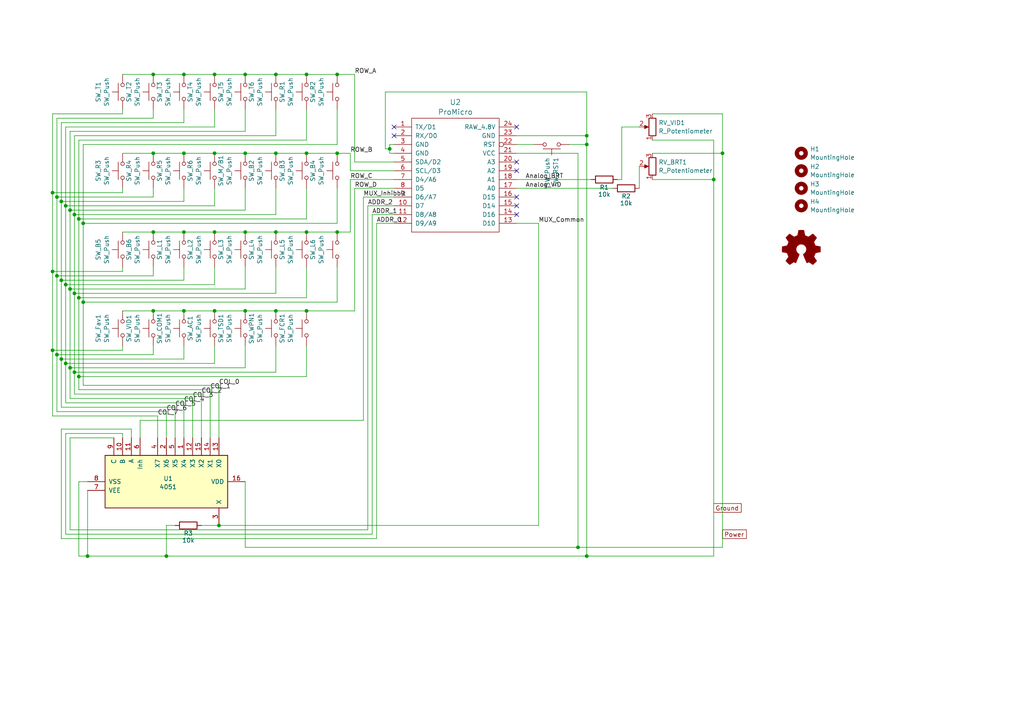
<source format=kicad_sch>
(kicad_sch (version 20231120) (generator "eeschema") (generator_version "8.0")
  (paper "A4")
  (lib_symbols
    (symbol "4xxx:4051" (pin_names (offset 1.016))
      (property "Reference" "U" (at -7.62 19.05 0))
      (property "Value" "4051" (at -7.62 -19.05 0))
      (symbol "4051_1_0"
        (pin passive line (at -12.7 5.08 0) (length 5.08) (name "X4") (number "1"))
        (pin input line (at -12.7 -12.7 0) (length 5.08) (name "B") (number "10"))
        (pin input line (at -12.7 -10.16 0) (length 5.08) (name "A") (number "11"))
        (pin passive line (at -12.7 7.62 0) (length 5.08) (name "X3") (number "12"))
        (pin passive line (at -12.7 15.24 0) (length 5.08) (name "X0") (number "13"))
        (pin passive line (at -12.7 12.7 0) (length 5.08) (name "X1") (number "14"))
        (pin passive line (at -12.7 10.16 0) (length 5.08) (name "X2") (number "15"))
        (pin power_in line (at 0 22.86 270) (length 5.08) (name "VDD") (number "16"))
        (pin passive line (at -12.7 0 0) (length 5.08) (name "X6") (number "2"))
        (pin passive line (at 12.7 15.24 180) (length 5.08) (name "X") (number "3"))
        (pin passive line (at -12.7 -2.54 0) (length 5.08) (name "X7") (number "4"))
        (pin passive line (at -12.7 2.54 0) (length 5.08) (name "X5") (number "5"))
        (pin input line (at -12.7 -7.62 0) (length 5.08) (name "Inh") (number "6"))
        (pin power_in line (at 2.54 -22.86 90) (length 5.08) (name "VEE") (number "7"))
        (pin power_in line (at 0 -22.86 90) (length 5.08) (name "VSS") (number "8"))
        (pin input line (at -12.7 -15.24 0) (length 5.08) (name "C") (number "9"))
      )
      (symbol "4051_1_1"
        (rectangle (start -7.62 17.78) (end 7.62 -17.78) (stroke (width 0.254)) (fill (type background)))
      )
    )
    (symbol "Arduino_ProMicro:ProMicro" (pin_names (offset 1.016))
      (property "Reference" "U" (at 0 24.13 0))
      (property "Value" "ProMicro" (at 0 -13.97 0))
      (symbol "ProMicro_0_1"
        (rectangle (start -12.7 21.59) (end 12.7 -11.43))
      )
      (symbol "ProMicro_1_1"
        (pin bidirectional line (at -17.78 19.05 0) (length 5.08) (name "TX/D1") (number "1"))
        (pin bidirectional line (at -17.78 -3.81 0) (length 5.08) (name "D7") (number "10"))
        (pin bidirectional line (at -17.78 -6.35 0) (length 5.08) (name "D8/A8") (number "11"))
        (pin bidirectional line (at -17.78 -8.89 0) (length 5.08) (name "D9/A9") (number "12"))
        (pin bidirectional line (at 17.78 -8.89 180) (length 5.08) (name "D10") (number "13"))
        (pin bidirectional line (at 17.78 -6.35 180) (length 5.08) (name "D16") (number "14"))
        (pin bidirectional line (at 17.78 -3.81 180) (length 5.08) (name "D14") (number "15"))
        (pin bidirectional line (at 17.78 -1.27 180) (length 5.08) (name "D15") (number "16"))
        (pin bidirectional line (at 17.78 1.27 180) (length 5.08) (name "A0") (number "17"))
        (pin bidirectional line (at 17.78 3.81 180) (length 5.08) (name "A1") (number "18"))
        (pin bidirectional line (at 17.78 6.35 180) (length 5.08) (name "A2") (number "19"))
        (pin bidirectional line (at -17.78 16.51 0) (length 5.08) (name "RX/D0") (number "2"))
        (pin bidirectional line (at 17.78 8.89 180) (length 5.08) (name "A3") (number "20"))
        (pin power_out line (at 17.78 11.43 180) (length 5.08) (name "VCC") (number "21"))
        (pin input inverted (at 17.78 13.97 180) (length 5.08) (name "RST") (number "22"))
        (pin power_in line (at 17.78 16.51 180) (length 5.08) (name "GND") (number "23"))
        (pin power_out line (at 17.78 19.05 180) (length 5.08) (name "RAW_4.8V") (number "24"))
        (pin power_in line (at -17.78 13.97 0) (length 5.08) (name "GND") (number "3"))
        (pin power_in line (at -17.78 11.43 0) (length 5.08) (name "GND") (number "4"))
        (pin bidirectional line (at -17.78 8.89 0) (length 5.08) (name "SDA/D2") (number "5"))
        (pin bidirectional line (at -17.78 6.35 0) (length 5.08) (name "SCL/D3") (number "6"))
        (pin bidirectional line (at -17.78 3.81 0) (length 5.08) (name "D4/A6") (number "7"))
        (pin bidirectional line (at -17.78 1.27 0) (length 5.08) (name "D5") (number "8"))
        (pin bidirectional line (at -17.78 -1.27 0) (length 5.08) (name "D6/A7") (number "9"))
      )
    )
    (symbol "Device:R" (pin_numbers hide) (pin_names (offset 0))
      (property "Reference" "R" (at 2.032 0 90))
      (property "Value" "R" (at 0 0 90))
      (symbol "R_0_1"
        (rectangle (start -1.016 -2.54) (end 1.016 2.54) (stroke (width 0.254)))
      )
      (symbol "R_1_1"
        (pin passive line (at 0 3.81 270) (length 1.27) (name "~") (number "1"))
        (pin passive line (at 0 -3.81 90) (length 1.27) (name "~") (number "2"))
      )
    )
    (symbol "Device:R_Potentiometer" (pin_names (offset 1.016) hide)
      (property "Reference" "RV" (at -4.445 0 90))
      (property "Value" "R_Potentiometer" (at -2.54 0 90))
      (symbol "R_Potentiometer_0_1"
        (polyline (pts (xy 2.54 0) (xy 1.524 0)))
        (polyline (pts (xy 1.143 0) (xy 2.286 0.508) (xy 2.286 -0.508) (xy 1.143 0)) (fill (type outline)))
        (rectangle (start 1.016 2.54) (end -1.016 -2.54) (stroke (width 0.254)))
      )
      (symbol "R_Potentiometer_1_1"
        (pin passive line (at 0 3.81 270) (length 1.27) (name "1") (number "1"))
        (pin passive line (at 3.81 0 180) (length 1.27) (name "2") (number "2"))
        (pin passive line (at 0 -3.81 90) (length 1.27) (name "3") (number "3"))
      )
    )
    (symbol "Graphic:Logo_Open_Hardware_Small" (in_bom no) (on_board no)
      (symbol "Logo_Open_Hardware_Small_0_1"
        (polyline (pts (xy 3.3528 -4.3434) (xy 3.302 -4.318) (xy 3.175 -4.2418) (xy 2.9972 -4.1148) (xy 2.7686 -3.9624) (xy 2.54 -3.81) (xy 2.3622 -3.7084) (xy 2.2352 -3.6068) (xy 2.1844 -3.5814) (xy 2.159 -3.6068) (xy 2.0574 -3.6576) (xy 1.905 -3.7338) (xy 1.8034 -3.7846) (xy 1.6764 -3.8354) (xy 1.6002 -3.8354) (xy 1.6002 -3.8354) (xy 1.5494 -3.7338) (xy 1.4732 -3.5306) (xy 1.3462 -3.302) (xy 1.2446 -3.0226) (xy 1.1176 -2.7178) (xy 0.9652 -2.413) (xy 0.8636 -2.1082) (xy 0.7366 -1.8288) (xy 0.6604 -1.6256) (xy 0.6096 -1.4732) (xy 0.5842 -1.397) (xy 0.5842 -1.397) (xy 0.6604 -1.3208) (xy 0.7874 -1.2446) (xy 1.0414 -1.016) (xy 1.2954 -0.6858) (xy 1.4478 -0.3302) (xy 1.524 0.0762) (xy 1.4732 0.4572) (xy 1.3208 0.8128) (xy 1.0668 1.143) (xy 0.762 1.3716) (xy 0.4064 1.524) (xy 0 1.5748) (xy -0.381 1.5494) (xy -0.7366 1.397) (xy -1.0668 1.143) (xy -1.2192 0.9906) (xy -1.397 0.6604) (xy -1.524 0.3048) (xy -1.524 0.2286) (xy -1.4986 -0.1778) (xy -1.397 -0.5334) (xy -1.1938 -0.8636) (xy -0.9144 -1.143) (xy -0.8636 -1.1684) (xy -0.7366 -1.27) (xy -0.635 -1.3462) (xy -0.5842 -1.397) (xy -1.0668 -2.5908) (xy -1.143 -2.794) (xy -1.2954 -3.1242) (xy -1.397 -3.4036) (xy -1.4986 -3.6322) (xy -1.5748 -3.7846) (xy -1.6002 -3.8354) (xy -1.6002 -3.8354) (xy -1.651 -3.8354) (xy -1.7272 -3.81) (xy -1.905 -3.7338) (xy -2.0066 -3.683) (xy -2.1336 -3.6068) (xy -2.2098 -3.5814) (xy -2.2606 -3.6068) (xy -2.3622 -3.683) (xy -2.54 -3.81) (xy -2.7686 -3.9624) (xy -2.9718 -4.0894) (xy -3.1496 -4.2164) (xy -3.302 -4.318) (xy -3.3528 -4.3434) (xy -3.3782 -4.3434) (xy -3.429 -4.318) (xy -3.5306 -4.2164) (xy -3.7084 -4.064) (xy -3.937 -3.8354) (xy -3.9624 -3.81) (xy -4.1656 -3.6068) (xy -4.318 -3.4544) (xy -4.4196 -3.3274) (xy -4.445 -3.2766) (xy -4.445 -3.2766) (xy -4.4196 -3.2258) (xy -4.318 -3.0734) (xy -4.2164 -2.8956) (xy -4.064 -2.667) (xy -3.6576 -2.0828) (xy -3.8862 -1.5494) (xy -3.937 -1.3716) (xy -4.0386 -1.1684) (xy -4.0894 -1.0414) (xy -4.1148 -0.9652) (xy -4.191 -0.9398) (xy -4.318 -0.9144) (xy -4.5466 -0.8636) (xy -4.8006 -0.8128) (xy -5.0546 -0.7874) (xy -5.2578 -0.7366) (xy -5.4356 -0.7112) (xy -5.5118 -0.6858) (xy -5.5118 -0.6858) (xy -5.5372 -0.635) (xy -5.5372 -0.5588) (xy -5.5372 -0.4318) (xy -5.5626 -0.2286) (xy -5.5626 0.0762) (xy -5.5626 0.127) (xy -5.5372 0.4064) (xy -5.5372 0.635) (xy -5.5372 0.762) (xy -5.5372 0.8382) (xy -5.5372 0.8382) (xy -5.461 0.8382) (xy -5.3086 0.889) (xy -5.08 0.9144) (xy -4.826 0.9652) (xy -4.8006 0.9906) (xy -4.5466 1.0414) (xy -4.318 1.0668) (xy -4.1656 1.1176) (xy -4.0894 1.143) (xy -4.0894 1.143) (xy -4.0386 1.2446) (xy -3.9624 1.4224) (xy -3.8608 1.6256) (xy -3.7846 1.8288) (xy -3.7084 2.0066) (xy -3.6576 2.159) (xy -3.6322 2.2098) (xy -3.6322 2.2098) (xy -3.683 2.286) (xy -3.7592 2.413) (xy -3.8862 2.5908) (xy -4.064 2.8194) (xy -4.064 2.8448) (xy -4.2164 3.0734) (xy -4.3434 3.2512) (xy -4.4196 3.3782) (xy -4.445 3.4544) (xy -4.445 3.4544) (xy -4.3942 3.5052) (xy -4.2926 3.6322) (xy -4.1148 3.81) (xy -3.937 4.0132) (xy -3.8608 4.064) (xy -3.6576 4.2926) (xy -3.5052 4.4196) (xy -3.4036 4.4958) (xy -3.3528 4.5212) (xy -3.3528 4.5212) (xy -3.302 4.4704) (xy -3.1496 4.3688) (xy -2.9718 4.2418) (xy -2.7432 4.0894) (xy -2.7178 4.0894) (xy -2.4892 3.937) (xy -2.3114 3.81) (xy -2.1844 3.7084) (xy -2.1336 3.683) (xy -2.1082 3.683) (xy -2.032 3.7084) (xy -1.8542 3.7592) (xy -1.6764 3.8354) (xy -1.4732 3.937) (xy -1.27 4.0132) (xy -1.143 4.064) (xy -1.0668 4.1148) (xy -1.0668 4.1148) (xy -1.0414 4.191) (xy -1.016 4.3434) (xy -0.9652 4.572) (xy -0.9144 4.8514) (xy -0.889 4.9022) (xy -0.8382 5.1562) (xy -0.8128 5.3848) (xy -0.7874 5.5372) (xy -0.762 5.588) (xy -0.7112 5.6134) (xy -0.5842 5.6134) (xy -0.4064 5.6134) (xy -0.1524 5.6134) (xy 0.0762 5.6134) (xy 0.3302 5.6134) (xy 0.5334 5.6134) (xy 0.6858 5.588) (xy 0.7366 5.588) (xy 0.7366 5.588) (xy 0.762 5.5118) (xy 0.8128 5.334) (xy 0.8382 5.1054) (xy 0.9144 4.826) (xy 0.9144 4.7752) (xy 0.9652 4.5212) (xy 1.016 4.2926) (xy 1.0414 4.1402) (xy 1.0668 4.0894) (xy 1.0668 4.0894) (xy 1.1938 4.0386) (xy 1.3716 3.9624) (xy 1.5748 3.8608) (xy 2.0828 3.6576) (xy 2.7178 4.0894) (xy 2.7686 4.1402) (xy 2.9972 4.2926) (xy 3.175 4.4196) (xy 3.302 4.4958) (xy 3.3782 4.5212) (xy 3.3782 4.5212) (xy 3.429 4.4704) (xy 3.556 4.3434) (xy 3.7338 4.191) (xy 3.9116 3.9878) (xy 4.064 3.8354) (xy 4.2418 3.6576) (xy 4.3434 3.556) (xy 4.4196 3.4798) (xy 4.4196 3.429) (xy 4.4196 3.4036) (xy 4.3942 3.3274) (xy 4.2926 3.2004) (xy 4.1656 2.9972) (xy 4.0132 2.794) (xy 3.8862 2.5908) (xy 3.7592 2.3876) (xy 3.6576 2.2352) (xy 3.6322 2.159) (xy 3.6322 2.1336) (xy 3.683 2.0066) (xy 3.7592 1.8288) (xy 3.8608 1.6002) (xy 4.064 1.1176) (xy 4.3942 1.0414) (xy 4.5974 1.016) (xy 4.8768 0.9652) (xy 5.1308 0.9144) (xy 5.5372 0.8382) (xy 5.5626 -0.6604) (xy 5.4864 -0.6858) (xy 5.4356 -0.6858) (xy 5.2832 -0.7366) (xy 5.0546 -0.762) (xy 4.8006 -0.8128) (xy 4.5974 -0.8636) (xy 4.3688 -0.9144) (xy 4.2164 -0.9398) (xy 4.1402 -0.9398) (xy 4.1148 -0.9652) (xy 4.064 -1.0668) (xy 3.9878 -1.2446) (xy 3.9116 -1.4478) (xy 3.81 -1.651) (xy 3.7338 -1.8542) (xy 3.683 -2.0066) (xy 3.6576 -2.0828) (xy 3.683 -2.1336) (xy 3.7846 -2.2606) (xy 3.8862 -2.4638) (xy 4.0386 -2.667) (xy 4.191 -2.8956) (xy 4.318 -3.0734) (xy 4.3942 -3.2004) (xy 4.445 -3.2766) (xy 4.4196 -3.3274) (xy 4.3434 -3.429) (xy 4.1656 -3.5814) (xy 3.937 -3.8354) (xy 3.8862 -3.8608) (xy 3.683 -4.064) (xy 3.5306 -4.2164) (xy 3.4036 -4.318) (xy 3.3528 -4.3434)) (fill (type outline)))
      )
    )
    (symbol "Mechanical:MountingHole" (pin_names (offset 1.016))
      (property "Reference" "H" (at 0 5.08 0))
      (property "Value" "MountingHole" (at 0 3.175 0))
      (symbol "MountingHole_0_1"
        (circle (center 0 0) (radius 1.27) (stroke (width 1.27)))
      )
    )
    (symbol "Switch:SW_Push" (pin_numbers hide) (pin_names (offset 1.016) hide)
      (property "Reference" "SW" (at 1.27 2.54 0))
      (property "Value" "SW_Push" (at 0 -1.524 0))
      (symbol "SW_Push_0_1"
        (circle (center -2.032 0) (radius 0.508))
        (polyline (pts (xy 0 1.27) (xy 0 3.048)))
        (polyline (pts (xy 2.54 1.27) (xy -2.54 1.27)))
        (circle (center 2.032 0) (radius 0.508))
        (pin passive line (at -5.08 0 0) (length 2.54) (name "1") (number "1"))
        (pin passive line (at 5.08 0 180) (length 2.54) (name "2") (number "2"))
      )
    )
  )
  (junction (at 15.24 101.6))
  (junction (at 17.78 104.14))
  (junction (at 97.79 21.59))
  (junction (at 16.51 57.15))
  (junction (at 44.45 90.17))
  (junction (at 19.05 59.69))
  (junction (at 20.32 106.68))
  (junction (at 170.18 161.29))
  (junction (at 20.32 60.96))
  (junction (at 24.13 87.63))
  (junction (at 53.34 21.59))
  (junction (at 15.24 78.74))
  (junction (at 17.78 58.42))
  (junction (at 209.55 44.45))
  (junction (at 71.12 90.17))
  (junction (at 21.59 85.09))
  (junction (at 97.79 67.31))
  (junction (at 167.64 158.75))
  (junction (at 44.45 44.45))
  (junction (at 17.78 81.28))
  (junction (at 53.34 67.31))
  (junction (at 22.86 109.22))
  (junction (at 25.4 161.29))
  (junction (at 22.86 86.36))
  (junction (at 19.05 82.55))
  (junction (at 97.79 44.45))
  (junction (at 48.26 161.29))
  (junction (at 15.24 55.88))
  (junction (at 22.86 63.5))
  (junction (at 53.34 90.17))
  (junction (at 63.5 152.4))
  (junction (at 80.01 44.45))
  (junction (at 88.9 90.17))
  (junction (at 44.45 21.59))
  (junction (at 62.23 90.17))
  (junction (at 113.03 43.18))
  (junction (at 62.23 67.31))
  (junction (at 53.34 44.45))
  (junction (at 80.01 67.31))
  (junction (at 71.12 67.31))
  (junction (at 80.01 90.17))
  (junction (at 44.45 67.31))
  (junction (at 19.05 105.41))
  (junction (at 16.51 80.01))
  (junction (at 80.01 21.59))
  (junction (at 21.59 107.95))
  (junction (at 207.01 52.07))
  (junction (at 71.12 21.59))
  (junction (at 62.23 44.45))
  (junction (at 88.9 21.59))
  (junction (at 88.9 44.45))
  (junction (at 24.13 64.77))
  (junction (at 16.51 102.87))
  (junction (at 20.32 83.82))
  (junction (at 71.12 44.45))
  (junction (at 88.9 67.31))
  (junction (at 21.59 62.23))
  (junction (at 170.18 41.91))
  (junction (at 62.23 21.59))
  (junction (at 170.18 39.37))
  (no_connect (at 114.3 39.37))
  (no_connect (at 149.86 36.83))
  (no_connect (at 149.86 49.53))
  (no_connect (at 114.3 36.83))
  (no_connect (at 149.86 57.15))
  (no_connect (at 149.86 62.23))
  (no_connect (at 149.86 59.69))
  (no_connect (at 149.86 46.99))
  (wire (pts (xy 71.12 54.61) (xy 71.12 60.96)))
  (wire (pts (xy 48.26 161.29) (xy 170.18 161.29)))
  (wire (pts (xy 24.13 87.63) (xy 24.13 111.76)))
  (wire (pts (xy 71.12 38.1) (xy 20.32 38.1)))
  (wire (pts (xy 111.76 43.18) (xy 111.76 26.67)))
  (wire (pts (xy 106.68 59.69) (xy 106.68 153.67)))
  (wire (pts (xy 19.05 82.55) (xy 19.05 105.41)))
  (wire (pts (xy 22.86 86.36) (xy 88.9 86.36)))
  (wire (pts (xy 21.59 62.23) (xy 21.59 39.37)))
  (wire (pts (xy 71.12 60.96) (xy 20.32 60.96)))
  (wire (pts (xy 38.1 127) (xy 38.1 124.46)))
  (wire (pts (xy 71.12 83.82) (xy 20.32 83.82)))
  (wire (pts (xy 53.34 100.33) (xy 53.34 104.14)))
  (wire (pts (xy 19.05 59.69) (xy 19.05 82.55)))
  (wire (pts (xy 19.05 154.94) (xy 19.05 125.73)))
  (wire (pts (xy 149.86 54.61) (xy 177.8 54.61)))
  (wire (pts (xy 88.9 67.31) (xy 97.79 67.31)))
  (wire (pts (xy 22.86 63.5) (xy 22.86 86.36)))
  (wire (pts (xy 17.78 81.28) (xy 53.34 81.28)))
  (wire (pts (xy 22.86 161.29) (xy 25.4 161.29)))
  (wire (pts (xy 40.64 121.92) (xy 105.41 121.92)))
  (wire (pts (xy 45.72 120.65) (xy 45.72 127)))
  (wire (pts (xy 22.86 109.22) (xy 88.9 109.22)))
  (wire (pts (xy 167.64 158.75) (xy 209.55 158.75)))
  (wire (pts (xy 48.26 152.4) (xy 50.8 152.4)))
  (wire (pts (xy 22.86 63.5) (xy 88.9 63.5)))
  (wire (pts (xy 62.23 21.59) (xy 71.12 21.59)))
  (wire (pts (xy 58.42 152.4) (xy 63.5 152.4)))
  (wire (pts (xy 35.56 55.88) (xy 35.56 54.61)))
  (wire (pts (xy 19.05 125.73) (xy 35.56 125.73)))
  (wire (pts (xy 53.34 21.59) (xy 62.23 21.59)))
  (wire (pts (xy 24.13 64.77) (xy 97.79 64.77)))
  (wire (pts (xy 207.01 52.07) (xy 207.01 161.29)))
  (wire (pts (xy 44.45 44.45) (xy 53.34 44.45)))
  (wire (pts (xy 189.23 40.64) (xy 207.01 40.64)))
  (wire (pts (xy 19.05 36.83) (xy 19.05 59.69)))
  (wire (pts (xy 80.01 85.09) (xy 21.59 85.09)))
  (wire (pts (xy 207.01 40.64) (xy 207.01 52.07)))
  (wire (pts (xy 62.23 67.31) (xy 71.12 67.31)))
  (wire (pts (xy 71.12 139.7) (xy 71.12 158.75)))
  (wire (pts (xy 101.6 49.53) (xy 114.3 49.53)))
  (wire (pts (xy 35.56 78.74) (xy 35.56 77.47)))
  (wire (pts (xy 19.05 36.83) (xy 62.23 36.83)))
  (wire (pts (xy 62.23 44.45) (xy 71.12 44.45)))
  (wire (pts (xy 113.03 43.18) (xy 113.03 41.91)))
  (wire (pts (xy 40.64 121.92) (xy 40.64 127)))
  (wire (pts (xy 15.24 55.88) (xy 35.56 55.88)))
  (wire (pts (xy 24.13 41.91) (xy 97.79 41.91)))
  (wire (pts (xy 35.56 67.31) (xy 44.45 67.31)))
  (wire (pts (xy 156.21 152.4) (xy 63.5 152.4)))
  (wire (pts (xy 60.96 113.03) (xy 60.96 127)))
  (wire (pts (xy 17.78 35.56) (xy 17.78 58.42)))
  (wire (pts (xy 111.76 26.67) (xy 170.18 26.67)))
  (wire (pts (xy 97.79 41.91) (xy 97.79 31.75)))
  (wire (pts (xy 35.56 33.02) (xy 15.24 33.02)))
  (wire (pts (xy 80.01 54.61) (xy 80.01 62.23)))
  (wire (pts (xy 17.78 58.42) (xy 17.78 81.28)))
  (wire (pts (xy 185.42 48.26) (xy 185.42 54.61)))
  (wire (pts (xy 62.23 36.83) (xy 62.23 31.75)))
  (wire (pts (xy 15.24 120.65) (xy 45.72 120.65)))
  (wire (pts (xy 38.1 124.46) (xy 17.78 124.46)))
  (wire (pts (xy 170.18 161.29) (xy 207.01 161.29)))
  (wire (pts (xy 179.07 52.07) (xy 180.34 52.07)))
  (wire (pts (xy 80.01 21.59) (xy 88.9 21.59)))
  (wire (pts (xy 170.18 41.91) (xy 170.18 161.29)))
  (wire (pts (xy 53.34 54.61) (xy 53.34 58.42)))
  (wire (pts (xy 16.51 34.29) (xy 44.45 34.29)))
  (wire (pts (xy 17.78 118.11) (xy 50.8 118.11)))
  (wire (pts (xy 48.26 152.4) (xy 48.26 161.29)))
  (wire (pts (xy 20.32 115.57) (xy 55.88 115.57)))
  (wire (pts (xy 97.79 21.59) (xy 102.87 21.59)))
  (wire (pts (xy 44.45 31.75) (xy 44.45 34.29)))
  (wire (pts (xy 17.78 124.46) (xy 17.78 156.21)))
  (wire (pts (xy 21.59 85.09) (xy 21.59 62.23)))
  (wire (pts (xy 62.23 90.17) (xy 71.12 90.17)))
  (wire (pts (xy 165.1 41.91) (xy 170.18 41.91)))
  (wire (pts (xy 15.24 78.74) (xy 35.56 78.74)))
  (wire (pts (xy 102.87 46.99) (xy 114.3 46.99)))
  (wire (pts (xy 101.6 67.31) (xy 101.6 52.07)))
  (wire (pts (xy 44.45 90.17) (xy 53.34 90.17)))
  (wire (pts (xy 22.86 109.22) (xy 22.86 113.03)))
  (wire (pts (xy 88.9 31.75) (xy 88.9 40.64)))
  (wire (pts (xy 71.12 77.47) (xy 71.12 83.82)))
  (wire (pts (xy 21.59 107.95) (xy 21.59 85.09)))
  (wire (pts (xy 209.55 33.02) (xy 209.55 44.45)))
  (wire (pts (xy 58.42 127) (xy 58.42 114.3)))
  (wire (pts (xy 19.05 154.94) (xy 107.95 154.94)))
  (wire (pts (xy 15.24 55.88) (xy 15.24 78.74)))
  (wire (pts (xy 102.87 54.61) (xy 114.3 54.61)))
  (wire (pts (xy 62.23 54.61) (xy 62.23 59.69)))
  (wire (pts (xy 44.45 54.61) (xy 44.45 57.15)))
  (wire (pts (xy 17.78 104.14) (xy 53.34 104.14)))
  (wire (pts (xy 189.23 44.45) (xy 209.55 44.45)))
  (wire (pts (xy 22.86 139.7) (xy 22.86 161.29)))
  (wire (pts (xy 17.78 81.28) (xy 17.78 104.14)))
  (wire (pts (xy 22.86 40.64) (xy 22.86 63.5)))
  (wire (pts (xy 21.59 39.37) (xy 80.01 39.37)))
  (wire (pts (xy 35.56 125.73) (xy 35.56 127)))
  (wire (pts (xy 48.26 127) (xy 48.26 119.38)))
  (wire (pts (xy 167.64 44.45) (xy 167.64 158.75)))
  (wire (pts (xy 149.86 41.91) (xy 154.94 41.91)))
  (wire (pts (xy 170.18 26.67) (xy 170.18 39.37)))
  (wire (pts (xy 21.59 114.3) (xy 21.59 107.95)))
  (wire (pts (xy 16.51 57.15) (xy 16.51 80.01)))
  (wire (pts (xy 189.23 52.07) (xy 207.01 52.07)))
  (wire (pts (xy 15.24 33.02) (xy 15.24 55.88)))
  (wire (pts (xy 19.05 105.41) (xy 62.23 105.41)))
  (wire (pts (xy 44.45 21.59) (xy 53.34 21.59)))
  (wire (pts (xy 53.34 116.84) (xy 19.05 116.84)))
  (wire (pts (xy 71.12 44.45) (xy 80.01 44.45)))
  (wire (pts (xy 53.34 44.45) (xy 62.23 44.45)))
  (wire (pts (xy 35.56 101.6) (xy 35.56 100.33)))
  (wire (pts (xy 35.56 44.45) (xy 44.45 44.45)))
  (wire (pts (xy 25.4 161.29) (xy 48.26 161.29)))
  (wire (pts (xy 180.34 52.07) (xy 180.34 36.83)))
  (wire (pts (xy 80.01 62.23) (xy 21.59 62.23)))
  (wire (pts (xy 16.51 102.87) (xy 16.51 119.38)))
  (wire (pts (xy 80.01 77.47) (xy 80.01 85.09)))
  (wire (pts (xy 80.01 31.75) (xy 80.01 39.37)))
  (wire (pts (xy 62.23 77.47) (xy 62.23 82.55)))
  (wire (pts (xy 88.9 40.64) (xy 22.86 40.64)))
  (wire (pts (xy 97.79 77.47) (xy 97.79 87.63)))
  (wire (pts (xy 22.86 113.03) (xy 60.96 113.03)))
  (wire (pts (xy 50.8 118.11) (xy 50.8 127)))
  (wire (pts (xy 20.32 153.67) (xy 106.68 153.67)))
  (wire (pts (xy 35.56 21.59) (xy 44.45 21.59)))
  (wire (pts (xy 16.51 80.01) (xy 16.51 102.87)))
  (wire (pts (xy 24.13 64.77) (xy 24.13 41.91)))
  (wire (pts (xy 53.34 77.47) (xy 53.34 81.28)))
  (wire (pts (xy 149.86 44.45) (xy 167.64 44.45)))
  (wire (pts (xy 97.79 44.45) (xy 101.6 44.45)))
  (wire (pts (xy 189.23 33.02) (xy 209.55 33.02)))
  (wire (pts (xy 44.45 57.15) (xy 16.51 57.15)))
  (wire (pts (xy 35.56 90.17) (xy 44.45 90.17)))
  (wire (pts (xy 105.41 57.15) (xy 114.3 57.15)))
  (wire (pts (xy 109.22 64.77) (xy 114.3 64.77)))
  (wire (pts (xy 97.79 67.31) (xy 101.6 67.31)))
  (wire (pts (xy 35.56 33.02) (xy 35.56 31.75)))
  (wire (pts (xy 44.45 102.87) (xy 16.51 102.87)))
  (wire (pts (xy 19.05 82.55) (xy 62.23 82.55)))
  (wire (pts (xy 71.12 67.31) (xy 80.01 67.31)))
  (wire (pts (xy 15.24 78.74) (xy 15.24 101.6)))
  (wire (pts (xy 44.45 80.01) (xy 16.51 80.01)))
  (wire (pts (xy 80.01 90.17) (xy 88.9 90.17)))
  (wire (pts (xy 44.45 67.31) (xy 53.34 67.31)))
  (wire (pts (xy 15.24 101.6) (xy 15.24 120.65)))
  (wire (pts (xy 53.34 127) (xy 53.34 116.84)))
  (wire (pts (xy 149.86 39.37) (xy 170.18 39.37)))
  (wire (pts (xy 106.68 59.69) (xy 114.3 59.69)))
  (wire (pts (xy 149.86 64.77) (xy 156.21 64.77)))
  (wire (pts (xy 102.87 21.59) (xy 102.87 46.99)))
  (wire (pts (xy 109.22 64.77) (xy 109.22 156.21)))
  (wire (pts (xy 22.86 86.36) (xy 22.86 109.22)))
  (wire (pts (xy 71.12 90.17) (xy 80.01 90.17)))
  (wire (pts (xy 88.9 54.61) (xy 88.9 63.5)))
  (wire (pts (xy 20.32 83.82) (xy 20.32 106.68)))
  (wire (pts (xy 102.87 54.61) (xy 102.87 90.17)))
  (wire (pts (xy 114.3 44.45) (xy 113.03 44.45)))
  (wire (pts (xy 107.95 154.94) (xy 107.95 62.23)))
  (wire (pts (xy 111.76 43.18) (xy 113.03 43.18)))
  (wire (pts (xy 24.13 87.63) (xy 24.13 64.77)))
  (wire (pts (xy 15.24 101.6) (xy 35.56 101.6)))
  (wire (pts (xy 17.78 104.14) (xy 17.78 118.11)))
  (wire (pts (xy 25.4 139.7) (xy 22.86 139.7)))
  (wire (pts (xy 113.03 41.91) (xy 114.3 41.91)))
  (wire (pts (xy 62.23 100.33) (xy 62.23 105.41)))
  (wire (pts (xy 80.01 44.45) (xy 88.9 44.45)))
  (wire (pts (xy 149.86 52.07) (xy 171.45 52.07)))
  (wire (pts (xy 20.32 127) (xy 20.32 153.67)))
  (wire (pts (xy 20.32 60.96) (xy 20.32 83.82)))
  (wire (pts (xy 25.4 142.24) (xy 25.4 161.29)))
  (wire (pts (xy 33.02 127) (xy 20.32 127)))
  (wire (pts (xy 88.9 90.17) (xy 102.87 90.17)))
  (wire (pts (xy 97.79 54.61) (xy 97.79 64.77)))
  (wire (pts (xy 16.51 34.29) (xy 16.51 57.15)))
  (wire (pts (xy 48.26 119.38) (xy 16.51 119.38)))
  (wire (pts (xy 105.41 57.15) (xy 105.41 121.92)))
  (wire (pts (xy 20.32 106.68) (xy 20.32 115.57)))
  (wire (pts (xy 156.21 64.77) (xy 156.21 152.4)))
  (wire (pts (xy 19.05 59.69) (xy 62.23 59.69)))
  (wire (pts (xy 53.34 31.75) (xy 53.34 35.56)))
  (wire (pts (xy 71.12 100.33) (xy 71.12 106.68)))
  (wire (pts (xy 17.78 156.21) (xy 109.22 156.21)))
  (wire (pts (xy 101.6 52.07) (xy 114.3 52.07)))
  (wire (pts (xy 101.6 44.45) (xy 101.6 49.53)))
  (wire (pts (xy 209.55 44.45) (xy 209.55 158.75)))
  (wire (pts (xy 71.12 106.68) (xy 20.32 106.68)))
  (wire (pts (xy 44.45 77.47) (xy 44.45 80.01)))
  (wire (pts (xy 63.5 111.76) (xy 24.13 111.76)))
  (wire (pts (xy 80.01 107.95) (xy 21.59 107.95)))
  (wire (pts (xy 19.05 105.41) (xy 19.05 116.84)))
  (wire (pts (xy 80.01 100.33) (xy 80.01 107.95)))
  (wire (pts (xy 20.32 38.1) (xy 20.32 60.96)))
  (wire (pts (xy 71.12 31.75) (xy 71.12 38.1)))
  (wire (pts (xy 17.78 58.42) (xy 53.34 58.42)))
  (wire (pts (xy 88.9 77.47) (xy 88.9 86.36)))
  (wire (pts (xy 71.12 158.75) (xy 167.64 158.75)))
  (wire (pts (xy 53.34 90.17) (xy 62.23 90.17)))
  (wire (pts (xy 44.45 100.33) (xy 44.45 102.87)))
  (wire (pts (xy 180.34 36.83) (xy 185.42 36.83)))
  (wire (pts (xy 63.5 127) (xy 63.5 111.76)))
  (wire (pts (xy 107.95 62.23) (xy 114.3 62.23)))
  (wire (pts (xy 71.12 21.59) (xy 80.01 21.59)))
  (wire (pts (xy 53.34 35.56) (xy 17.78 35.56)))
  (wire (pts (xy 170.18 39.37) (xy 170.18 41.91)))
  (wire (pts (xy 88.9 21.59) (xy 97.79 21.59)))
  (wire (pts (xy 24.13 87.63) (xy 97.79 87.63)))
  (wire (pts (xy 88.9 100.33) (xy 88.9 109.22)))
  (wire (pts (xy 58.42 114.3) (xy 21.59 114.3)))
  (wire (pts (xy 55.88 115.57) (xy 55.88 127)))
  (wire (pts (xy 53.34 67.31) (xy 62.23 67.31)))
  (wire (pts (xy 88.9 44.45) (xy 97.79 44.45)))
  (wire (pts (xy 113.03 43.18) (xy 113.03 44.45)))
  (wire (pts (xy 80.01 67.31) (xy 88.9 67.31)))
  (label "COL_5" (at 50.8 118.11 0))
  (label "MUX_Common" (at 156.21 64.77 0))
  (label "ADDR_2" (at 106.68 59.69 0))
  (label "MUX_Inhibbit" (at 105.41 57.15 0))
  (label "ROW_C" (at 101.6 52.07 0))
  (label "COL_1" (at 60.96 113.03 0))
  (label "COL_6" (at 48.26 119.38 0))
  (label "COL_2" (at 58.42 114.3 0))
  (label "ROW_A" (at 102.87 21.59 0))
  (label "ADDR_1" (at 107.95 62.23 0))
  (label "ROW_B" (at 101.6 44.45 0))
  (label "ROW_D" (at 102.87 54.61 0))
  (label "COL_7" (at 45.72 120.65 0))
  (label "COL_4" (at 53.34 116.84 0))
  (label "ADDR_0" (at 109.22 64.77 0))
  (label "COL_0" (at 63.5 111.76 0))
  (label "Analog_VID" (at 152.4 54.61 0))
  (label "COL_3" (at 55.88 115.57 0))
  (label "Analog_BRT" (at 152.4 52.07 0))
  (global_label "Ground" (shape passive) (at 207.01 147.32 0) (property "Intersheetrefs" "${INTERSHEET_REFS}" (effects (hide yes))))
  (global_label "Power" (shape passive) (at 209.55 154.94 0) (property "Intersheetrefs" "${INTERSHEET_REFS}" (effects (hide yes))))
  (symbol (lib_id "Switch:SW_Push") (at 71.12 72.39 90) (unit 1)
    (property "Reference" "SW_L3" (at 64.0545 72.39 0))
    (property "Value" "SW_Push" (at 66.4788 72.39 0))
    (property "Footprint" "Button_Switch_THT:SW_PUSH_6mm_H5mm" (effects (hide yes)))
    (property "Description" "Push button switch, generic, two pins" (effects (hide yes)))
  )
  (symbol (lib_id "Switch:SW_Push") (at 44.45 49.53 90) (unit 1)
    (property "Reference" "SW_R4" (at 37.3845 49.53 0))
    (property "Value" "SW_Push" (at 39.8088 49.53 0))
    (property "Footprint" "Button_Switch_THT:SW_PUSH_6mm_H5mm" (effects (hide yes)))
    (property "Description" "Push button switch, generic, two pins" (effects (hide yes)))
  )
  (symbol (lib_id "Switch:SW_Push") (at 35.56 95.25 90) (unit 1)
    (property "Reference" "SW_Fav1" (at 28.4945 95.25 0))
    (property "Value" "SW_Push" (at 30.9188 95.25 0))
    (property "Footprint" "Button_Switch_THT:SW_PUSH_6mm_H5mm" (effects (hide yes)))
    (property "Description" "Push button switch, generic, two pins" (effects (hide yes)))
  )
  (symbol (lib_id "Switch:SW_Push") (at 88.9 72.39 90) (unit 1)
    (property "Reference" "SW_L5" (at 81.8345 72.39 0))
    (property "Value" "SW_Push" (at 84.2588 72.39 0))
    (property "Footprint" "Button_Switch_THT:SW_PUSH_6mm_H5mm" (effects (hide yes)))
    (property "Description" "Push button switch, generic, two pins" (effects (hide yes)))
  )
  (symbol (lib_id "Switch:SW_Push") (at 53.34 26.67 90) (unit 1)
    (property "Reference" "SW_T3" (at 46.2745 26.67 0))
    (property "Value" "SW_Push" (at 48.6988 26.67 0))
    (property "Footprint" "Button_Switch_THT:SW_PUSH_6mm_H5mm" (effects (hide yes)))
    (property "Description" "Push button switch, generic, two pins" (effects (hide yes)))
  )
  (symbol (lib_id "Switch:SW_Push") (at 80.01 72.39 90) (unit 1)
    (property "Reference" "SW_L4" (at 72.9445 72.39 0))
    (property "Value" "SW_Push" (at 75.3688 72.39 0))
    (property "Footprint" "Button_Switch_THT:SW_PUSH_6mm_H5mm" (effects (hide yes)))
    (property "Description" "Push button switch, generic, two pins" (effects (hide yes)))
  )
  (symbol (lib_id "Switch:SW_Push") (at 80.01 95.25 90) (unit 1)
    (property "Reference" "SW_WPN1" (at 72.9445 95.25 0))
    (property "Value" "SW_Push" (at 75.3688 95.25 0))
    (property "Footprint" "Button_Switch_THT:SW_PUSH_6mm_H5mm" (effects (hide yes)))
    (property "Description" "Push button switch, generic, two pins" (effects (hide yes)))
  )
  (symbol (lib_id "Mechanical:MountingHole") (at 232.41 44.45 0) (unit 1) (in_bom no)
    (property "Reference" "H1" (at 234.95 43.2378 0) (effects (justify left)))
    (property "Value" "MountingHole" (at 234.95 45.6621 0) (effects (justify left)))
    (property "Footprint" "MountingHole:MountingHole_5.3mm_M5" (effects (hide yes)))
    (property "Description" "Mounting Hole without connection" (effects (hide yes)))
  )
  (symbol (lib_id "Switch:SW_Push") (at 62.23 49.53 90) (unit 1)
    (property "Reference" "SW_R6" (at 55.1645 49.53 0))
    (property "Value" "SW_Push" (at 57.5888 49.53 0))
    (property "Footprint" "Button_Switch_THT:SW_PUSH_6mm_H5mm" (effects (hide yes)))
    (property "Description" "Push button switch, generic, two pins" (effects (hide yes)))
  )
  (symbol (lib_id "Graphic:Logo_Open_Hardware_Small") (at 232.41 72.39 0) (unit 1) (exclude_from_sim yes) (in_bom no)
    (property "Reference" "SYM1" (effects (hide yes)))
    (property "Value" "Logo_Open_Hardware_Small" (effects (hide yes)))
    (property "Footprint" "Symbol:OSHW-Logo2_7.3x6mm_SilkScreen" (effects (hide yes)))
    (property "Description" "Open Hardware logo, small" (effects (hide yes)))
  )
  (symbol (lib_id "Device:R") (at 54.61 152.4 90) (unit 1)
    (property "Reference" "R3" (at 54.61 154.686 90))
    (property "Value" "10k" (at 54.61 156.718 90))
    (property "Footprint" "Resistor_THT:R_Axial_DIN0204_L3.6mm_D1.6mm_P5.08mm_Horizontal" (effects (hide yes)))
    (property "Description" "Resistor" (effects (hide yes)))
  )
  (symbol (lib_id "4xxx:4051") (at 48.26 139.7 270) (unit 1)
    (property "Reference" "U1" (at 48.768 138.7997 90))
    (property "Value" "4051" (at 48.768 141.224 90))
    (property "Footprint" "Package_DIP:DIP-16_W7.62mm" (effects (hide yes)))
    (property "Datasheet" "http://www.intersil.com/content/dam/Intersil/documents/cd40/cd4051bms-52bms-53bms.pdf" (effects (hide yes)))
    (property "Description" "Analog Multiplexer 8 to 1 lins" (effects (hide yes)))
  )
  (symbol (lib_id "Device:R_Potentiometer") (at 189.23 48.26 180) (unit 1)
    (property "Reference" "RV_BRT1" (at 191.008 47.0478 0) (effects (justify right)))
    (property "Value" "R_Potentiometer" (at 191.008 49.4721 0) (effects (justify right)))
    (property "Footprint" "Custom:LAP_Electronics_Potentiometer_Pads_With_Holes_Tight" (effects (hide yes)))
    (property "Description" "Potentiometer" (effects (hide yes)))
  )
  (symbol (lib_id "Switch:SW_Push") (at 97.79 26.67 90) (unit 1)
    (property "Reference" "SW_R2" (at 90.7245 26.67 0))
    (property "Value" "SW_Push" (at 93.1488 26.67 0))
    (property "Footprint" "Button_Switch_THT:SW_PUSH_6mm_H5mm" (effects (hide yes)))
    (property "Description" "Push button switch, generic, two pins" (effects (hide yes)))
  )
  (symbol (lib_id "Switch:SW_Push") (at 62.23 95.25 90) (unit 1)
    (property "Reference" "SW_AC1" (at 55.1645 95.25 0))
    (property "Value" "SW_Push" (at 57.5888 95.25 0))
    (property "Footprint" "Button_Switch_THT:SW_PUSH_6mm_H5mm" (effects (hide yes)))
    (property "Description" "Push button switch, generic, two pins" (effects (hide yes)))
  )
  (symbol (lib_id "Switch:SW_Push") (at 62.23 72.39 90) (unit 1)
    (property "Reference" "SW_L2" (at 55.1645 72.39 0))
    (property "Value" "SW_Push" (at 57.5888 72.39 0))
    (property "Footprint" "Button_Switch_THT:SW_PUSH_6mm_H5mm" (effects (hide yes)))
    (property "Description" "Push button switch, generic, two pins" (effects (hide yes)))
  )
  (symbol (lib_id "Mechanical:MountingHole") (at 232.41 54.61 0) (unit 1) (in_bom no)
    (property "Reference" "H3" (at 234.95 53.3978 0) (effects (justify left)))
    (property "Value" "MountingHole" (at 234.95 55.8221 0) (effects (justify left)))
    (property "Footprint" "MountingHole:MountingHole_5.3mm_M5" (effects (hide yes)))
    (property "Description" "Mounting Hole without connection" (effects (hide yes)))
  )
  (symbol (lib_id "Switch:SW_Push") (at 80.01 26.67 90) (unit 1)
    (property "Reference" "SW_T6" (at 72.9445 26.67 0))
    (property "Value" "SW_Push" (at 75.3688 26.67 0))
    (property "Footprint" "Button_Switch_THT:SW_PUSH_6mm_H5mm" (effects (hide yes)))
    (property "Description" "Push button switch, generic, two pins" (effects (hide yes)))
  )
  (symbol (lib_id "Switch:SW_Push") (at 53.34 95.25 90) (unit 1)
    (property "Reference" "SW_COM1" (at 46.2745 95.25 0))
    (property "Value" "SW_Push" (at 48.6988 95.25 0))
    (property "Footprint" "Button_Switch_THT:SW_PUSH_6mm_H5mm" (effects (hide yes)))
    (property "Description" "Push button switch, generic, two pins" (effects (hide yes)))
  )
  (symbol (lib_id "Switch:SW_Push") (at 53.34 49.53 90) (unit 1)
    (property "Reference" "SW_R5" (at 46.2745 49.53 0))
    (property "Value" "SW_Push" (at 48.6988 49.53 0))
    (property "Footprint" "Button_Switch_THT:SW_PUSH_6mm_H5mm" (effects (hide yes)))
    (property "Description" "Push button switch, generic, two pins" (effects (hide yes)))
  )
  (symbol (lib_id "Switch:SW_Push") (at 71.12 26.67 90) (unit 1)
    (property "Reference" "SW_T5" (at 64.0545 26.67 0))
    (property "Value" "SW_Push" (at 66.4788 26.67 0))
    (property "Footprint" "Button_Switch_THT:SW_PUSH_6mm_H5mm" (effects (hide yes)))
    (property "Description" "Push button switch, generic, two pins" (effects (hide yes)))
  )
  (symbol (lib_id "Switch:SW_Push") (at 44.45 26.67 90) (unit 1)
    (property "Reference" "SW_T2" (at 37.3845 26.67 0))
    (property "Value" "SW_Push" (at 39.8088 26.67 0))
    (property "Footprint" "Button_Switch_THT:SW_PUSH_6mm_H5mm" (effects (hide yes)))
    (property "Description" "Push button switch, generic, two pins" (effects (hide yes)))
  )
  (symbol (lib_id "Switch:SW_Push") (at 44.45 95.25 90) (unit 1)
    (property "Reference" "SW_VID1" (at 37.3845 95.25 0))
    (property "Value" "SW_Push" (at 39.8088 95.25 0))
    (property "Footprint" "Button_Switch_THT:SW_PUSH_6mm_H5mm" (effects (hide yes)))
    (property "Description" "Push button switch, generic, two pins" (effects (hide yes)))
  )
  (symbol (lib_id "Switch:SW_Push") (at 88.9 26.67 90) (unit 1)
    (property "Reference" "SW_R1" (at 81.8345 26.67 0))
    (property "Value" "SW_Push" (at 84.2588 26.67 0))
    (property "Footprint" "Button_Switch_THT:SW_PUSH_6mm_H5mm" (effects (hide yes)))
    (property "Description" "Push button switch, generic, two pins" (effects (hide yes)))
  )
  (symbol (lib_id "Switch:SW_Push") (at 160.02 41.91 180) (unit 1)
    (property "Reference" "SW_RST1" (at 161.2322 45.593 90) (effects (justify left)))
    (property "Value" "SW_Push" (at 158.75 45.72 90) (effects (justify left)))
    (property "Footprint" "Button_Switch_THT:SW_PUSH_6mm_H5mm" (effects (hide yes)))
    (property "Description" "Push button switch, generic, two pins" (effects (hide yes)))
  )
  (symbol (lib_id "Switch:SW_Push") (at 80.01 49.53 90) (unit 1)
    (property "Reference" "SW_B2" (at 72.9445 49.53 0))
    (property "Value" "SW_Push" (at 75.3688 49.53 0))
    (property "Footprint" "Button_Switch_THT:SW_PUSH_6mm_H5mm" (effects (hide yes)))
    (property "Description" "Push button switch, generic, two pins" (effects (hide yes)))
  )
  (symbol (lib_id "Switch:SW_Push") (at 97.79 49.53 90) (unit 1)
    (property "Reference" "SW_B4" (at 90.7245 49.53 0))
    (property "Value" "SW_Push" (at 93.1488 49.53 0))
    (property "Footprint" "Button_Switch_THT:SW_PUSH_6mm_H5mm" (effects (hide yes)))
    (property "Description" "Push button switch, generic, two pins" (effects (hide yes)))
  )
  (symbol (lib_id "Switch:SW_Push") (at 35.56 26.67 90) (unit 1)
    (property "Reference" "SW_T1" (at 28.4945 26.67 0))
    (property "Value" "SW_Push" (at 30.9188 26.67 0))
    (property "Footprint" "Button_Switch_THT:SW_PUSH_6mm_H5mm" (effects (hide yes)))
    (property "Description" "Push button switch, generic, two pins" (effects (hide yes)))
  )
  (symbol (lib_id "Arduino_ProMicro:ProMicro") (at 132.08 55.88 0) (unit 1)
    (property "Reference" "U2" (at 132.08 29.6596 0) (effects (font (size 1.524 1.524))))
    (property "Value" "ProMicro" (at 132.08 32.4925 0) (effects (font (size 1.524 1.524))))
    (property "Footprint" "Arduino ProMicro:ProMicro" (effects (hide yes)))
    (property "Datasheet" "https://5.imimg.com/data5/SELLER/Doc/2020/10/RC/MV/IA/1833510/arduino-pro-micro-5v-16m-compatible.pdf" (effects (hide yes)))
    (property "Description" "Arduino Pro Micro" (effects (hide yes)))
  )
  (symbol (lib_id "Switch:SW_Push") (at 97.79 72.39 90) (unit 1)
    (property "Reference" "SW_L6" (at 90.7245 72.39 0))
    (property "Value" "SW_Push" (at 93.1488 72.39 0))
    (property "Footprint" "Button_Switch_THT:SW_PUSH_6mm_H5mm" (effects (hide yes)))
    (property "Description" "Push button switch, generic, two pins" (effects (hide yes)))
  )
  (symbol (lib_id "Device:R_Potentiometer") (at 189.23 36.83 180) (unit 1)
    (property "Reference" "RV_VID1" (at 191.008 35.6178 0) (effects (justify right)))
    (property "Value" "R_Potentiometer" (at 191.008 38.0421 0) (effects (justify right)))
    (property "Footprint" "Custom:LAP_Electronics_Potentiometer_Pads_With_Holes_Tight" (effects (hide yes)))
    (property "Description" "Potentiometer" (effects (hide yes)))
  )
  (symbol (lib_id "Switch:SW_Push") (at 35.56 72.39 90) (unit 1)
    (property "Reference" "SW_B5" (at 28.4945 72.39 0))
    (property "Value" "SW_Push" (at 30.9188 72.39 0))
    (property "Footprint" "Button_Switch_THT:SW_PUSH_6mm_H5mm" (effects (hide yes)))
    (property "Description" "Push button switch, generic, two pins" (effects (hide yes)))
  )
  (symbol (lib_id "Mechanical:MountingHole") (at 232.41 59.69 0) (unit 1) (in_bom no)
    (property "Reference" "H4" (at 234.95 58.4778 0) (effects (justify left)))
    (property "Value" "MountingHole" (at 234.95 60.9021 0) (effects (justify left)))
    (property "Footprint" "MountingHole:MountingHole_5.3mm_M5" (effects (hide yes)))
    (property "Description" "Mounting Hole without connection" (effects (hide yes)))
  )
  (symbol (lib_id "Switch:SW_Push") (at 35.56 49.53 90) (unit 1)
    (property "Reference" "SW_R3" (at 28.4945 49.53 0))
    (property "Value" "SW_Push" (at 30.9188 49.53 0))
    (property "Footprint" "Button_Switch_THT:SW_PUSH_6mm_H5mm" (effects (hide yes)))
    (property "Description" "Push button switch, generic, two pins" (effects (hide yes)))
  )
  (symbol (lib_id "Switch:SW_Push") (at 44.45 72.39 90) (unit 1)
    (property "Reference" "SW_B6" (at 37.3845 72.39 0))
    (property "Value" "SW_Push" (at 39.8088 72.39 0))
    (property "Footprint" "Button_Switch_THT:SW_PUSH_6mm_H5mm" (effects (hide yes)))
    (property "Description" "Push button switch, generic, two pins" (effects (hide yes)))
  )
  (symbol (lib_id "Device:R") (at 175.26 52.07 90) (unit 1)
    (property "Reference" "R1" (at 175.26 54.356 90))
    (property "Value" "10k" (at 175.26 56.388 90))
    (property "Footprint" "Resistor_THT:R_Axial_DIN0204_L3.6mm_D1.6mm_P5.08mm_Horizontal" (effects (hide yes)))
    (property "Description" "Resistor" (effects (hide yes)))
  )
  (symbol (lib_id "Switch:SW_Push") (at 71.12 49.53 90) (unit 1)
    (property "Reference" "SW_M/B1" (at 64.0545 49.53 0))
    (property "Value" "SW_Push" (at 66.4788 49.53 0))
    (property "Footprint" "Button_Switch_THT:SW_PUSH_6mm_H5mm" (effects (hide yes)))
    (property "Description" "Push button switch, generic, two pins" (effects (hide yes)))
  )
  (symbol (lib_id "Switch:SW_Push") (at 71.12 95.25 90) (unit 1)
    (property "Reference" "SW_TSD1" (at 64.0545 95.25 0))
    (property "Value" "SW_Push" (at 66.4788 95.25 0))
    (property "Footprint" "Button_Switch_THT:SW_PUSH_6mm_H5mm" (effects (hide yes)))
    (property "Description" "Push button switch, generic, two pins" (effects (hide yes)))
  )
  (symbol (lib_id "Switch:SW_Push") (at 62.23 26.67 90) (unit 1)
    (property "Reference" "SW_T4" (at 55.1645 26.67 0))
    (property "Value" "SW_Push" (at 57.5888 26.67 0))
    (property "Footprint" "Button_Switch_THT:SW_PUSH_6mm_H5mm" (effects (hide yes)))
    (property "Description" "Push button switch, generic, two pins" (effects (hide yes)))
  )
  (symbol (lib_id "Switch:SW_Push") (at 88.9 49.53 90) (unit 1)
    (property "Reference" "SW_B3" (at 81.8345 49.53 0))
    (property "Value" "SW_Push" (at 84.2588 49.53 0))
    (property "Footprint" "Button_Switch_THT:SW_PUSH_6mm_H5mm" (effects (hide yes)))
    (property "Description" "Push button switch, generic, two pins" (effects (hide yes)))
  )
  (symbol (lib_id "Mechanical:MountingHole") (at 232.41 49.53 0) (unit 1) (in_bom no)
    (property "Reference" "H2" (at 234.95 48.3178 0) (effects (justify left)))
    (property "Value" "MountingHole" (at 234.95 50.7421 0) (effects (justify left)))
    (property "Footprint" "MountingHole:MountingHole_5.3mm_M5" (effects (hide yes)))
    (property "Description" "Mounting Hole without connection" (effects (hide yes)))
  )
  (symbol (lib_id "Device:R") (at 181.61 54.61 90) (unit 1)
    (property "Reference" "R2" (at 181.61 56.896 90))
    (property "Value" "10k" (at 181.61 58.928 90))
    (property "Footprint" "Resistor_THT:R_Axial_DIN0204_L3.6mm_D1.6mm_P5.08mm_Horizontal" (effects (hide yes)))
    (property "Description" "Resistor" (effects (hide yes)))
  )
  (symbol (lib_id "Switch:SW_Push") (at 53.34 72.39 90) (unit 1)
    (property "Reference" "SW_L1" (at 46.2745 72.39 0))
    (property "Value" "SW_Push" (at 48.6988 72.39 0))
    (property "Footprint" "Button_Switch_THT:SW_PUSH_6mm_H5mm" (effects (hide yes)))
    (property "Description" "Push button switch, generic, two pins" (effects (hide yes)))
  )
  (symbol (lib_id "Switch:SW_Push") (at 88.9 95.25 90) (unit 1)
    (property "Reference" "SW_FCR1" (at 81.8345 95.25 0))
    (property "Value" "SW_Push" (at 84.2588 95.25 0))
    (property "Footprint" "Button_Switch_THT:SW_PUSH_6mm_H5mm" (effects (hide yes)))
    (property "Description" "Push button switch, generic, two pins" (effects (hide yes)))
  )
)
</source>
